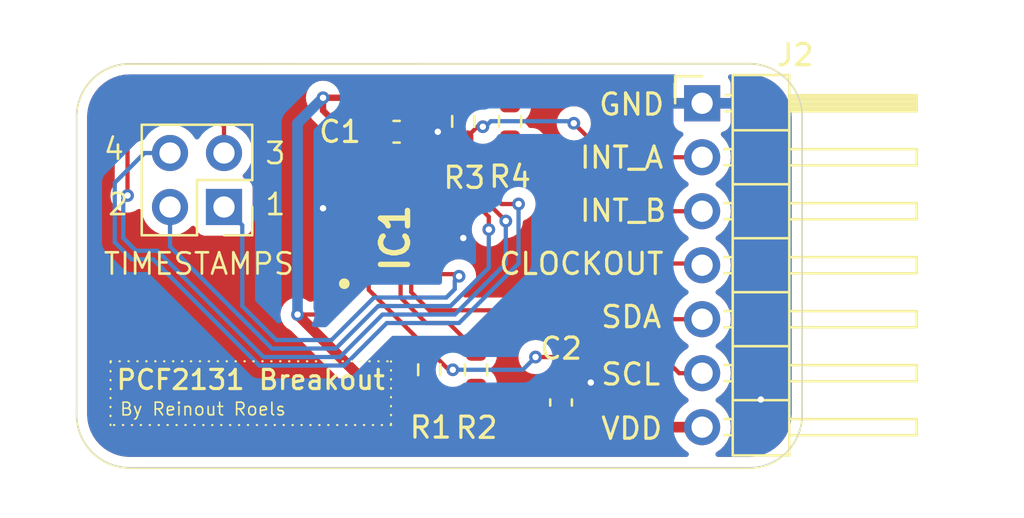
<source format=kicad_pcb>
(kicad_pcb (version 20240108) (generator "pcbnew") (generator_version "8.0")
  (layers (0 "F.Cu" signal) (31 "B.Cu" signal) (34 "B.Paste" user) (35 "F.Paste" user) (36 "B.SilkS" user "B.Silkscreen") (37 "F.SilkS" user "F.Silkscreen") (38 "B.Mask" user) (39 "F.Mask" user) (44 "Edge.Cuts" user))
  (net 0 "")
  (net 1 "GND")
  (net 2 "Net-(IC1-BBS)")
  (net 3 "VDD")
  (net 4 "INTB")
  (net 5 "TS4")
  (net 6 "SDA")
  (net 7 "TS2")
  (net 8 "SCL")
  (net 9 "TS1")
  (net 10 "CLKOUT")
  (net 11 "TS3")
  (net 12 "INTA")
  (footprint "Capacitor_SMD:C_0603_1608Metric_Pad1.08x0.95mm_HandSolder" (layer "F.Cu") (at 112.0625 66.2)
    (property "Reference" "C1" (at -2.6625 0 360) (layer "F.SilkS"))
    (property "Value" "1nF")
    (fp_line (start -0.146267 -0.51) (end 0.146267 -0.51) (stroke (width 0.12)) (layer "F.SilkS"))
    (fp_line (start -0.146267 0.51) (end 0.146267 0.51) (stroke (width 0.12)) (layer "F.SilkS"))
    (pad "1" smd roundrect (at -0.8625 0) (size 1.075 0.95) (layers "F.Cu" "F.Paste" "F.Mask") (net 2 "Net-(IC1-BBS)"))
    (pad "2" smd roundrect (at 0.8625 0) (size 1.075 0.95) (layers "F.Cu" "F.Paste" "F.Mask") (net 1 "GND"))
  )
  (footprint "Resistor_SMD:R_0603_1608Metric_Pad0.98x0.95mm_HandSolder" (layer "F.Cu") (at 115.2 65.7125 90)
    (property "Reference" "R3" (at -2.651748 0.049543 180) (layer "F.SilkS"))
    (property "Value" "10k")
    (fp_line (start -0.254724 -0.5225) (end 0.254724 -0.5225) (stroke (width 0.12)) (layer "F.SilkS"))
    (fp_line (start -0.254724 0.5225) (end 0.254724 0.5225) (stroke (width 0.12)) (layer "F.SilkS"))
    (pad "1" smd roundrect (at -0.9125 0 90) (size 0.975 0.95) (layers "F.Cu" "F.Paste" "F.Mask") (net 12 "INTA"))
    (pad "2" smd roundrect (at 0.9125 0 90) (size 0.975 0.95) (layers "F.Cu" "F.Paste" "F.Mask") (net 3 "VDD"))
  )
  (footprint "Resistor_SMD:R_0603_1608Metric_Pad0.98x0.95mm_HandSolder" (layer "F.Cu") (at 117.4 65.7125 90)
    (property "Reference" "R4" (at -2.6 0 180) (layer "F.SilkS"))
    (property "Value" "10k")
    (fp_line (start -0.254724 -0.5225) (end 0.254724 -0.5225) (stroke (width 0.12)) (layer "F.SilkS"))
    (fp_line (start -0.254724 0.5225) (end 0.254724 0.5225) (stroke (width 0.12)) (layer "F.SilkS"))
    (pad "1" smd roundrect (at -0.9125 0 90) (size 0.975 0.95) (layers "F.Cu" "F.Paste" "F.Mask") (net 4 "INTB"))
    (pad "2" smd roundrect (at 0.9125 0 90) (size 0.975 0.95) (layers "F.Cu" "F.Paste" "F.Mask") (net 3 "VDD"))
  )
  (footprint "Connector_PinHeader_2.54mm:PinHeader_2x02_P2.54mm_Vertical" (layer "F.Cu") (at 103.94 69.74 180)
    (property "Reference" "J1" (hide yes))
    (property "Value" "Conn_01x04")
    (fp_line (start 3.87 -1.33) (end 3.87 3.87) (stroke (width 0.12)) (layer "F.SilkS"))
    (fp_line (start 1.27 1.27) (end 1.27 -1.33) (stroke (width 0.12)) (layer "F.SilkS"))
    (fp_line (start 1.27 -1.33) (end 3.87 -1.33) (stroke (width 0.12)) (layer "F.SilkS"))
    (fp_line (start -1.33 3.87) (end 3.87 3.87) (stroke (width 0.12)) (layer "F.SilkS"))
    (fp_line (start -1.33 1.27) (end 1.27 1.27) (stroke (width 0.12)) (layer "F.SilkS"))
    (fp_line (start -1.33 1.27) (end -1.33 3.87) (stroke (width 0.12)) (layer "F.SilkS"))
    (fp_line (start -1.33 0) (end -1.33 -1.33) (stroke (width 0.12)) (layer "F.SilkS"))
    (fp_line (start -1.33 -1.33) (end 0 -1.33) (stroke (width 0.12)) (layer "F.SilkS"))
    (pad "1" thru_hole rect (at 0 0 180) (size 1.7 1.7) (drill 1) (layers "*.Cu" "*.Mask") (net 9 "TS1"))
    (pad "2" thru_hole oval (at 2.54 0 180) (size 1.7 1.7) (drill 1) (layers "*.Cu" "*.Mask") (net 7 "TS2"))
    (pad "3" thru_hole oval (at 0 2.54 180) (size 1.7 1.7) (drill 1) (layers "*.Cu" "*.Mask") (net 11 "TS3"))
    (pad "4" thru_hole oval (at 2.54 2.54 180) (size 1.7 1.7) (drill 1) (layers "*.Cu" "*.Mask") (net 5 "TS4"))
  )
  (footprint "Resistor_SMD:R_0603_1608Metric_Pad0.98x0.95mm_HandSolder" (layer "F.Cu") (at 115.8 77.4 90)
    (property "Reference" "R2" (at -2.725291 0.026459 180) (layer "F.SilkS"))
    (property "Value" "4.7k")
    (fp_line (start -0.254724 -0.5225) (end 0.254724 -0.5225) (stroke (width 0.12)) (layer "F.SilkS"))
    (fp_line (start -0.254724 0.5225) (end 0.254724 0.5225) (stroke (width 0.12)) (layer "F.SilkS"))
    (pad "1" smd roundrect (at -0.9125 0 90) (size 0.975 0.95) (layers "F.Cu" "F.Paste" "F.Mask") (net 3 "VDD"))
    (pad "2" smd roundrect (at 0.9125 0 90) (size 0.975 0.95) (layers "F.Cu" "F.Paste" "F.Mask") (net 6 "SDA"))
  )
  (footprint "Capacitor_SMD:C_0603_1608Metric_Pad1.08x0.95mm_HandSolder" (layer "F.Cu") (at 119.8 78.9375 -90)
    (property "Reference" "C2" (at -2.5375 0 180) (layer "F.SilkS"))
    (property "Value" "100nF")
    (fp_line (start -0.146267 0.51) (end 0.146267 0.51) (stroke (width 0.12)) (layer "F.SilkS"))
    (fp_line (start -0.146267 -0.51) (end 0.146267 -0.51) (stroke (width 0.12)) (layer "F.SilkS"))
    (pad "1" smd roundrect (at -0.8625 0 270) (size 1.075 0.95) (layers "F.Cu" "F.Paste" "F.Mask") (net 1 "GND"))
    (pad "2" smd roundrect (at 0.8625 0 270) (size 1.075 0.95) (layers "F.Cu" "F.Paste" "F.Mask") (net 3 "VDD"))
  )
  (footprint "PCF2131TFY:SON50P350X450X150-17N-D" (layer "F.Cu") (at 112 71.2 90)
    (property "Reference" "IC1" (at 0 0 90) (layer "F.SilkS") (effects (font (size 1.27 1.27) (thickness 0.254))))
    (property "Value" "PCF2131TFY" (hide yes))
    (fp_circle (center -2.15 -2.4) (end -2.15 -2.275) (stroke (width 0.25)) (fill none) (layer "F.SilkS"))
    (pad "1" smd rect (at -1.7 -1.75 180) (size 0.3 0.9) (layers "F.Cu" "F.Paste" "F.Mask") (net 3 "VDD"))
    (pad "2" smd rect (at -1.7 -1.25 180) (size 0.3 0.9) (layers "F.Cu" "F.Paste" "F.Mask") (net 8 "SCL"))
    (pad "3" smd rect (at -1.7 -0.75 180) (size 0.3 0.9) (layers "F.Cu" "F.Paste" "F.Mask") (net 1 "GND"))
    (pad "4" smd rect (at -1.7 -0.25 180) (size 0.3 0.9) (layers "F.Cu" "F.Paste" "F.Mask") (net 1 "GND"))
    (pad "5" smd rect (at -1.7 0.25 180) (size 0.3 0.9) (layers "F.Cu" "F.Paste" "F.Mask") (net 6 "SDA"))
    (pad "6" smd rect (at -1.7 0.75 180) (size 0.3 0.9) (layers "F.Cu" "F.Paste" "F.Mask") (net 10 "CLKOUT"))
    (pad "7" smd rect (at -1.7 1.25 180) (size 0.3 0.9) (layers "F.Cu" "F.Paste" "F.Mask") (net 1 "GND"))
    (pad "8" smd rect (at -1.7 1.75 180) (size 0.3 0.9) (layers "F.Cu" "F.Paste" "F.Mask") (net 9 "TS1"))
    (pad "9" smd rect (at 1.7 1.75 180) (size 0.3 0.9) (layers "F.Cu" "F.Paste" "F.Mask") (net 7 "TS2"))
    (pad "10" smd rect (at 1.7 1.25 180) (size 0.3 0.9) (layers "F.Cu" "F.Paste" "F.Mask") (net 11 "TS3"))
    (pad "11" smd rect (at 1.7 0.75 180) (size 0.3 0.9) (layers "F.Cu" "F.Paste" "F.Mask") (net 5 "TS4"))
    (pad "12" smd rect (at 1.7 0.25 180) (size 0.3 0.9) (layers "F.Cu" "F.Paste" "F.Mask") (net 4 "INTB"))
    (pad "13" smd rect (at 1.7 -0.25 180) (size 0.3 0.9) (layers "F.Cu" "F.Paste" "F.Mask") (net 12 "INTA"))
    (pad "14" smd rect (at 1.7 -0.75 180) (size 0.3 0.9) (layers "F.Cu" "F.Paste" "F.Mask") (net 2 "Net-(IC1-BBS)"))
    (pad "15" smd rect (at 1.7 -1.25 180) (size 0.3 0.9) (layers "F.Cu" "F.Paste" "F.Mask") (net 3 "VDD"))
    (pad "16" smd rect (at 1.7 -1.75 180) (size 0.3 0.9) (layers "F.Cu" "F.Paste" "F.Mask") (net 1 "GND"))
    (pad "17" smd rect (at 0 0 90) (size 2.05 3.85) (layers "F.Cu" "F.Paste" "F.Mask") (net 1 "GND"))
  )
  (footprint "Connector_PinHeader_2.54mm:PinHeader_1x07_P2.54mm_Horizontal" (layer "F.Cu") (at 126.437776 64.859577)
    (property "Reference" "J2" (at 4.385 -2.27 360) (layer "F.SilkS"))
    (property "Value" "Conn_01x07" (hide yes))
    (fp_line (start -1.27 -1.27) (end 0 -1.27) (stroke (width 0.12)) (layer "F.SilkS"))
    (fp_line (start -1.27 0) (end -1.27 -1.27) (stroke (width 0.12)) (layer "F.SilkS"))
    (fp_line (start 1.042929 2.16) (end 1.44 2.16) (stroke (width 0.12)) (layer "F.SilkS"))
    (fp_line (start 1.042929 2.92) (end 1.44 2.92) (stroke (width 0.12)) (layer "F.SilkS"))
    (fp_line (start 1.042929 4.7) (end 1.44 4.7) (stroke (width 0.12)) (layer "F.SilkS"))
    (fp_line (start 1.042929 5.46) (end 1.44 5.46) (stroke (width 0.12)) (layer "F.SilkS"))
    (fp_line (start 1.042929 7.24) (end 1.44 7.24) (stroke (width 0.12)) (layer "F.SilkS"))
    (fp_line (start 1.042929 8) (end 1.44 8) (stroke (width 0.12)) (layer "F.SilkS"))
    (fp_line (start 1.042929 9.78) (end 1.44 9.78) (stroke (width 0.12)) (layer "F.SilkS"))
    (fp_line (start 1.042929 10.54) (end 1.44 10.54) (stroke (width 0.12)) (layer "F.SilkS"))
    (fp_line (start 1.042929 12.32) (end 1.44 12.32) (stroke (width 0.12)) (layer "F.SilkS"))
    (fp_line (start 1.042929 13.08) (end 1.44 13.08) (stroke (width 0.12)) (layer "F.SilkS"))
    (fp_line (start 1.042929 14.86) (end 1.44 14.86) (stroke (width 0.12)) (layer "F.SilkS"))
    (fp_line (start 1.042929 15.62) (end 1.44 15.62) (stroke (width 0.12)) (layer "F.SilkS"))
    (fp_line (start 1.11 -0.38) (end 1.44 -0.38) (stroke (width 0.12)) (layer "F.SilkS"))
    (fp_line (start 1.11 0.38) (end 1.44 0.38) (stroke (width 0.12)) (layer "F.SilkS"))
    (fp_line (start 1.44 -1.33) (end 1.44 16.57) (stroke (width 0.12)) (layer "F.SilkS"))
    (fp_line (start 1.44 1.27) (end 4.1 1.27) (stroke (width 0.12)) (layer "F.SilkS"))
    (fp_line (start 1.44 3.81) (end 4.1 3.81) (stroke (width 0.12)) (layer "F.SilkS"))
    (fp_line (start 1.44 6.35) (end 4.1 6.35) (stroke (width 0.12)) (layer "F.SilkS"))
    (fp_line (start 1.44 8.89) (end 4.1 8.89) (stroke (width 0.12)) (layer "F.SilkS"))
    (fp_line (start 1.44 11.43) (end 4.1 11.43) (stroke (width 0.12)) (layer "F.SilkS"))
    (fp_line (start 1.44 13.97) (end 4.1 13.97) (stroke (width 0.12)) (layer "F.SilkS"))
    (fp_line (start 1.44 16.57) (end 4.1 16.57) (stroke (width 0.12)) (layer "F.SilkS"))
    (fp_line (start 4.1 -1.33) (end 1.44 -1.33) (stroke (width 0.12)) (layer "F.SilkS"))
    (fp_line (start 4.1 -0.38) (end 10.1 -0.38) (stroke (width 0.12)) (layer "F.SilkS"))
    (fp_line (start 4.1 -0.32) (end 10.1 -0.32) (stroke (width 0.12)) (layer "F.SilkS"))
    (fp_line (start 4.1 -0.2) (end 10.1 -0.2) (stroke (width 0.12)) (layer "F.SilkS"))
    (fp_line (start 4.1 -0.08) (end 10.1 -0.08) (stroke (width 0.12)) (layer "F.SilkS"))
    (fp_line (start 4.1 0.04) (end 10.1 0.04) (stroke (width 0.12)) (layer "F.SilkS"))
    (fp_line (start 4.1 0.16) (end 10.1 0.16) (stroke (width 0.12)) (layer "F.SilkS"))
    (fp_line (start 4.1 0.28) (end 10.1 0.28) (stroke (width 0.12)) (layer "F.SilkS"))
    (fp_line (start 4.1 2.16) (end 10.1 2.16) (stroke (width 0.12)) (layer "F.SilkS"))
    (fp_line (start 4.1 4.7) (end 10.1 4.7) (stroke (width 0.12)) (layer "F.SilkS"))
    (fp_line (start 4.1 7.24) (end 10.1 7.24) (stroke (width 0.12)) (layer "F.SilkS"))
    (fp_line (start 4.1 9.78) (end 10.1 9.78) (stroke (width 0.12)) (layer "F.SilkS"))
    (fp_line (start 4.1 12.32) (end 10.1 12.32) (stroke (width 0.12)) (layer "F.SilkS"))
    (fp_line (start 4.1 14.86) (end 10.1 14.86) (stroke (width 0.12)) (layer "F.SilkS"))
    (fp_line (start 4.1 16.57) (end 4.1 -1.33) (stroke (width 0.12)) (layer "F.SilkS"))
    (fp_line (start 10.1 -0.38) (end 10.1 0.38) (stroke (width 0.12)) (layer "F.SilkS"))
    (fp_line (start 10.1 0.38) (end 4.1 0.38) (stroke (width 0.12)) (layer "F.SilkS"))
    (fp_line (start 10.1 2.16) (end 10.1 2.92) (stroke (width 0.12)) (layer "F.SilkS"))
    (fp_line (start 10.1 2.92) (end 4.1 2.92) (stroke (width 0.12)) (layer "F.SilkS"))
    (fp_line (start 10.1 4.7) (end 10.1 5.46) (stroke (width 0.12)) (layer "F.SilkS"))
    (fp_line (start 10.1 5.46) (end 4.1 5.46) (stroke (width 0.12)) (layer "F.SilkS"))
    (fp_line (start 10.1 7.24) (end 10.1 8) (stroke (width 0.12)) (layer "F.SilkS"))
    (fp_line (start 10.1 8) (end 4.1 8) (stroke (width 0.12)) (layer "F.SilkS"))
    (fp_line (start 10.1 9.78) (end 10.1 10.54) (stroke (width 0.12)) (layer "F.SilkS"))
    (fp_line (start 10.1 10.54) (end 4.1 10.54) (stroke (width 0.12)) (layer "F.SilkS"))
    (fp_line (start 10.1 12.32) (end 10.1 13.08) (stroke (width 0.12)) (layer "F.SilkS"))
    (fp_line (start 10.1 13.08) (end 4.1 13.08) (stroke (width 0.12)) (layer "F.SilkS"))
    (fp_line (start 10.1 14.86) (end 10.1 15.62) (stroke (width 0.12)) (layer "F.SilkS"))
    (fp_line (start 10.1 15.62) (end 4.1 15.62) (stroke (width 0.12)) (layer "F.SilkS"))
    (pad "1" thru_hole rect (at 0 0) (size 1.7 1.7) (drill 1) (layers "*.Cu" "*.Mask") (net 1 "GND"))
    (pad "2" thru_hole oval (at 0 2.54) (size 1.7 1.7) (drill 1) (layers "*.Cu" "*.Mask") (net 12 "INTA"))
    (pad "3" thru_hole oval (at 0 5.08) (size 1.7 1.7) (drill 1) (layers "*.Cu" "*.Mask") (net 4 "INTB"))
    (pad "4" thru_hole oval (at 0 7.62) (size 1.7 1.7) (drill 1) (layers "*.Cu" "*.Mask") (net 10 "CLKOUT"))
    (pad "5" thru_hole oval (at 0 10.16) (size 1.7 1.7) (drill 1) (layers "*.Cu" "*.Mask") (net 6 "SDA"))
    (pad "6" thru_hole oval (at 0 12.7) (size 1.7 1.7) (drill 1) (layers "*.Cu" "*.Mask") (net 8 "SCL"))
    (pad "7" thru_hole oval (at 0 15.24) (size 1.7 1.7) (drill 1) (layers "*.Cu" "*.Mask") (net 3 "VDD"))
  )
  (footprint "Resistor_SMD:R_0603_1608Metric_Pad0.98x0.95mm_HandSolder" (layer "F.Cu") (at 113.6 77.4 90)
    (property "Reference" "R1" (at -2.7125 0.06461 180) (layer "F.SilkS"))
    (property "Value" "4.7k")
    (fp_line (start -0.254724 -0.5225) (end 0.254724 -0.5225) (stroke (width 0.12)) (layer "F.SilkS"))
    (fp_line (start -0.254724 0.5225) (end 0.254724 0.5225) (stroke (width 0.12)) (layer "F.SilkS"))
    (pad "1" smd roundrect (at -0.9125 0 90) (size 0.975 0.95) (layers "F.Cu" "F.Paste" "F.Mask") (net 3 "VDD"))
    (pad "2" smd roundrect (at 0.9125 0 90) (size 0.975 0.95) (layers "F.Cu" "F.Paste" "F.Mask") (net 8 "SCL"))
  )
  (gr_rect (start 109.2 70.4) (end 110.2 72) (stroke (width 0.2)) (fill solid) (layer "F.Cu") (net 1))
  (gr_rect (start 113.8 70.4) (end 114.6 72) (stroke (width 0.2)) (fill solid) (layer "F.Cu") (net 1))
  (gr_rect (start 98.6 77) (end 111.8 80) (stroke (width 0.1) (type dot)) (fill none) (layer "F.SilkS"))
  (gr_line (start 99.506522 63.007899) (end 128.75 63) (stroke (width 0.1)) (layer "F.SilkS"))
  (gr_arc (start 131.141404 79.524204) (mid 130.409171 81.291971) (end 128.641404 82.024204) (stroke (width 0.1)) (layer "F.SilkS"))
  (gr_arc (start 97.006522 65.507899) (mid 97.738755 63.740132) (end 99.506522 63.007899) (stroke (width 0.1)) (layer "F.SilkS"))
  (gr_arc (start 128.643534 62.998665) (mid 130.411301 63.730898) (end 131.143534 65.498665) (stroke (width 0.1)) (layer "F.SilkS"))
  (gr_line (start 99.507639 82.018381) (end 128.657639 82.018381) (stroke (width 0.1)) (layer "F.SilkS"))
  (gr_arc (start 99.507639 82.018381) (mid 97.739872 81.286148) (end 97.007639 79.518381) (stroke (width 0.1)) (layer "F.SilkS"))
  (gr_line (start 97.007639 79.518381) (end 97.007639 65.518381) (stroke (width 0.1)) (layer "F.SilkS"))
  (gr_line (start 131.141686 79.523151) (end 131.141686 65.523151) (stroke (width 0.1)) (layer "F.SilkS"))
  (gr_line (start 128.65 82) (end 99.5 82) (stroke (width 0.05)) (layer "Edge.Cuts"))
  (gr_line (start 131.15 65.5) (end 131.15 79.5) (stroke (width 0.05)) (layer "Edge.Cuts"))
  (gr_line (start 97 79.5) (end 97 65.5) (stroke (width 0.05)) (layer "Edge.Cuts"))
  (gr_line (start 99.5 63) (end 128.65 63) (stroke (width 0.05)) (layer "Edge.Cuts"))
  (gr_arc (start 99.5 82) (mid 97.732233 81.267767) (end 97 79.5) (stroke (width 0.05)) (layer "Edge.Cuts"))
  (gr_arc (start 128.65 63) (mid 130.417767 63.732233) (end 131.15 65.5) (stroke (width 0.05)) (layer "Edge.Cuts"))
  (gr_arc (start 97 65.5) (mid 97.732233 63.732233) (end 99.5 63) (stroke (width 0.05)) (layer "Edge.Cuts"))
  (gr_arc (start 131.15 79.5) (mid 130.417767 81.267767) (end 128.65 82) (stroke (width 0.05)) (layer "Edge.Cuts"))
  (gr_text "4" (at 98.2 67.6 0) (layer "F.SilkS") (effects (font (size 1 1) (thickness 0.125)) (justify left bottom)))
  (gr_text "VDD\n" (at 121.6 80.75 0) (layer "F.SilkS") (effects (font (size 1 1)) (justify left bottom)))
  (gr_text "INT_A" (at 120.6 68 0) (layer "F.SilkS") (effects (font (size 1 1)) (justify left bottom)))
  (gr_text "SDA" (at 121.6 75.5 0) (layer "F.SilkS") (effects (font (size 1 1)) (justify left bottom)))
  (gr_text "INT_B" (at 120.6 70.5 0) (layer "F.SilkS") (effects (font (size 1 1)) (justify left bottom)))
  (gr_text "SCL" (at 121.6 78.2 0) (layer "F.SilkS") (effects (font (size 1 1)) (justify left bottom)))
  (gr_text "PCF2131 Breakout" (at 98.8 78.4 0) (layer "F.SilkS") (effects (font (size 0.9 0.9)) (justify left bottom)))
  (gr_text "2" (at 98.4 70.2 0) (layer "F.SilkS") (effects (font (size 1 1) (thickness 0.125)) (justify left bottom)))
  (gr_text "3" (at 105.8 67.8 0) (layer "F.SilkS") (effects (font (size 1 1) (thickness 0.125)) (justify left bottom)))
  (gr_text "CLOCKOUT" (at 116.8 73 0) (layer "F.SilkS") (effects (font (size 1 1)) (justify left bottom)))
  (gr_text "1" (at 105.8 70.2 0) (layer "F.SilkS") (effects (font (size 1 1) (thickness 0.125)) (justify left bottom)))
  (gr_text "TIMESTAMPS" (at 98.2 73 0) (layer "F.SilkS") (effects (font (size 1 1) (thickness 0.125)) (justify left bottom)))
  (gr_text "By Reinout Roels" (at 99 79.6 0) (layer "F.SilkS") (effects (font (size 0.6 0.6) (thickness 0.075)) (justify left bottom)))
  (gr_text "GND" (at 121.5 65.5 0) (layer "F.SilkS") (effects (font (size 1 1)) (justify left bottom)))
  (segment (start 112 71.2) (end 112.8 71.2) (width 0.2) (layer "F.Cu") (net 1))
  (segment (start 111.25 72.9) (end 111.25 71.95) (width 0.2) (layer "F.Cu") (net 1))
  (segment (start 113.25 72.9) (end 113.25 72.47749) (width 0.2) (layer "F.Cu") (net 1))
  (segment (start 111.75 71.45) (end 112 71.2) (width 0.2) (layer "F.Cu") (net 1))
  (segment (start 111.75 72.9) (end 111.75 71.45) (width 0.2) (layer "F.Cu") (net 1))
  (segment (start 111.25 71.95) (end 112 71.2) (width 0.2) (layer "F.Cu") (net 1))
  (segment (start 110.25 70.85) (end 110.25 69.5) (width 0.2) (layer "F.Cu") (net 1))
  (segment (start 108.6 69.8) (end 108.9 69.5) (width 0.2) (layer "F.Cu") (net 1))
  (segment (start 113.25 71.65) (end 113.25 72.9) (width 0.3) (layer "F.Cu") (net 1))
  (segment (start 112.8 71.2) (end 113.25 71.65) (width 0.2) (layer "F.Cu") (net 1))
  (segment (start 113.25 72.47749) (end 113.254369 72.473121) (width 0.2) (layer "F.Cu") (net 1))
  (segment (start 108.9 69.5) (end 110.25 69.5) (width 0.2) (layer "F.Cu") (net 1))
  (segment (start 112 71.2) (end 110.6 71.2) (width 0.2) (layer "F.Cu") (net 1))
  (segment (start 112.925 66.2) (end 114 66.2) (width 0.2) (layer "F.Cu") (net 1))
  (segment (start 110.6 71.2) (end 110.25 70.85) (width 0.2) (layer "F.Cu") (net 1))
  (via (at 115.2 71.2) (size 0.6) (drill 0.3) (layers "F.Cu" "B.Cu") (net 1))
  (via (at 121.2 78) (size 0.6) (drill 0.3) (layers "F.Cu" "B.Cu") (net 1))
  (via (at 108.6 69.8) (size 0.6) (drill 0.3) (layers "F.Cu" "B.Cu") (net 1))
  (via (at 114 66.2) (size 0.6) (drill 0.3) (layers "F.Cu" "B.Cu") (net 1))
  (via (at 129.2 78.8) (size 0.6) (drill 0.3) (layers "F.Cu" "B.Cu") (net 1))
  (segment (start 111.25 66.25) (end 111.2 66.2) (width 0.2) (layer "F.Cu") (net 2))
  (segment (start 111.25 69.5) (end 111.25 66.25) (width 0.2) (layer "F.Cu") (net 2))
  (segment (start 109.4 67.35) (end 109.4 66) (width 0.3) (layer "F.Cu") (net 3))
  (segment (start 114.6 80.099577) (end 112.699577 80.099577) (width 0.5) (layer "F.Cu") (net 3))
  (segment (start 116.699577 80.099577) (end 116.2 79.6) (width 0.3) (layer "F.Cu") (net 3))
  (segment (start 109.4 66) (end 108.6 65.2) (width 0.3) (layer "F.Cu") (net 3))
  (segment (start 110.25 72.9) (end 108.35 74.8) (width 0.2) (layer "F.Cu") (net 3))
  (segment (start 108.6 65.2) (end 108.6 64.6) (width 0.3) (layer "F.Cu") (net 3))
  (segment (start 116.2 79.6) (end 116.2 78.7125) (width 0.3) (layer "F.Cu") (net 3))
  (segment (start 108.6 64.6) (end 115 64.6) (width 0.3) (layer "F.Cu") (net 3))
  (segment (start 115 64.6) (end 115.2 64.8) (width 0.3) (layer "F.Cu") (net 3))
  (segment (start 114.6 80.099577) (end 114.6 79.3125) (width 0.3) (layer "F.Cu") (net 3))
  (segment (start 108.35 74.8) (end 107.4 74.8) (width 0.2) (layer "F.Cu") (net 3))
  (segment (start 110.75 69.5) (end 110.75 68.7) (width 0.3) (layer "F.Cu") (net 3))
  (segment (start 116.2 78.7125) (end 115.8 78.3125) (width 0.3) (layer "F.Cu") (net 3))
  (segment (start 110.75 68.7) (end 109.4 67.35) (width 0.3) (layer "F.Cu") (net 3))
  (segment (start 114.6 79.3125) (end 113.6 78.3125) (width 0.3) (layer "F.Cu") (net 3))
  (segment (start 112.699577 80.099577) (end 107.4 74.8) (width 0.5) (layer "F.Cu") (net 3))
  (segment (start 126.437776 80.099577) (end 117.2 80.099577) (width 0.5) (layer "F.Cu") (net 3))
  (segment (start 117.2 80.099577) (end 114.6 80.099577) (width 0.5) (layer "F.Cu") (net 3))
  (segment (start 115.2 64.8) (end 117.4 64.8) (width 0.3) (layer "F.Cu") (net 3))
  (segment (start 117.2 80.099577) (end 116.699577 80.099577) (width 0.5) (layer "F.Cu") (net 3))
  (via (at 108.6 64.6) (size 0.6) (drill 0.3) (layers "F.Cu" "B.Cu") (net 3))
  (via (at 107.4 74.8) (size 0.6) (drill 0.3) (layers "F.Cu" "B.Cu") (net 3))
  (segment (start 107.4 74.8) (end 107.4 65.8) (width 0.5) (layer "B.Cu") (net 3))
  (segment (start 107.4 65.8) (end 108.6 64.6) (width 0.5) (layer "B.Cu") (net 3))
  (segment (start 113 67.8) (end 116.4 67.8) (width 0.2) (layer "F.Cu") (net 4))
  (segment (start 120.339577 69.939577) (end 119.2 68.8) (width 0.2) (layer "F.Cu") (net 4))
  (segment (start 117.4 66.8) (end 117.4 66.625) (width 0.2) (layer "F.Cu") (net 4))
  (segment (start 119.2 68.8) (end 119.2 67.4) (width 0.2) (layer "F.Cu") (net 4))
  (segment (start 116.4 67.8) (end 117.4 66.8) (width 0.2) (layer "F.Cu") (net 4))
  (segment (start 118.425 66.625) (end 117.4 66.625) (width 0.2) (layer "F.Cu") (net 4))
  (segment (start 120.339577 69.939577) (end 126.437776 69.939577) (width 0.2) (layer "F.Cu") (net 4))
  (segment (start 119.2 67.4) (end 118.425 66.625) (width 0.2) (layer "F.Cu") (net 4))
  (segment (start 112.25 68.55) (end 113 67.8) (width 0.2) (layer "F.Cu") (net 4))
  (segment (start 112.25 69.5) (end 112.25 68.55) (width 0.2) (layer "F.Cu") (net 4))
  (segment (start 126.289853 70.0875) (end 126.437776 69.939577) (width 0.2) (layer "F.Cu") (net 4))
  (segment (start 126.298199 69.8) (end 126.437776 69.939577) (width 0.2) (layer "B.Cu") (net 4))
  (segment (start 117 69.6) (end 115.6 68.2) (width 0.2) (layer "F.Cu") (net 5))
  (segment (start 117.8 69.6) (end 117 69.6) (width 0.2) (layer "F.Cu") (net 5))
  (segment (start 113.2 68.2) (end 112.75 68.65) (width 0.2) (layer "F.Cu") (net 5))
  (segment (start 112.75 68.65) (end 112.75 69.5) (width 0.2) (layer "F.Cu") (net 5))
  (segment (start 115.6 68.2) (end 113.2 68.2) (width 0.2) (layer "F.Cu") (net 5))
  (via (at 117.8 69.6) (size 0.6) (drill 0.3) (layers "F.Cu" "B.Cu") (net 5))
  (segment (start 117.8 72.4) (end 115 75.2) (width 0.2) (layer "B.Cu") (net 5))
  (segment (start 111.6 75.2) (end 109.6 77.2) (width 0.2) (layer "B.Cu") (net 5))
  (segment (start 117.8 69.6) (end 117.8 72.4) (width 0.2) (layer "B.Cu") (net 5))
  (segment (start 105.6 77.2) (end 100.6 72.2) (width 0.2) (layer "B.Cu") (net 5))
  (segment (start 100.6 72.2) (end 99.6 72.2) (width 0.2) (layer "B.Cu") (net 5))
  (segment (start 100.2 67.2) (end 101.4 67.2) (width 0.2) (layer "B.Cu") (net 5))
  (segment (start 109.6 77.2) (end 105.6 77.2) (width 0.2) (layer "B.Cu") (net 5))
  (segment (start 98.8 71.4) (end 98.8 68.6) (width 0.2) (layer "B.Cu") (net 5))
  (segment (start 98.8 68.6) (end 100.2 67.2) (width 0.2) (layer "B.Cu") (net 5))
  (segment (start 115 75.2) (end 111.6 75.2) (width 0.2) (layer "B.Cu") (net 5))
  (segment (start 99.6 72.2) (end 98.8 71.4) (width 0.2) (layer "B.Cu") (net 5))
  (segment (start 112.25 74) (end 112.25 72.9) (width 0.2) (layer "F.Cu") (net 6))
  (segment (start 113.45 75.2) (end 112.25 74) (width 0.2) (layer "F.Cu") (net 6))
  (segment (start 115.8 76.4875) (end 114.5125 75.2) (width 0.2) (layer "F.Cu") (net 6))
  (segment (start 114.5125 75.2) (end 113.45 75.2) (width 0.2) (layer "F.Cu") (net 6))
  (segment (start 117.267923 75.019577) (end 115.8 76.4875) (width 0.2) (layer "F.Cu") (net 6))
  (segment (start 126.437776 75.019577) (end 117.267923 75.019577) (width 0.2) (layer "F.Cu") (net 6))
  (segment (start 113.8 69.2) (end 115.4 69.2) (width 0.2) (layer "F.Cu") (net 7))
  (segment (start 113.75 69.5) (end 113.75 69.25) (width 0.2) (layer "F.Cu") (net 7))
  (segment (start 115.4 69.2) (end 116.4 70.2) (width 0.2) (layer "F.Cu") (net 7))
  (segment (start 113.75 69.25) (end 113.8 69.2) (width 0.2) (layer "F.Cu") (net 7))
  (segment (start 116.4 70.2) (end 116.4 70.8) (width 0.2) (layer "F.Cu") (net 7))
  (via (at 116.4 70.8) (size 0.6) (drill 0.3) (layers "F.Cu" "B.Cu") (net 7))
  (segment (start 111.2 74.4) (end 109.2 76.4) (width 0.2) (layer "B.Cu") (net 7))
  (segment (start 109.2 76.4) (end 106.2 76.4) (width 0.2) (layer "B.Cu") (net 7))
  (segment (start 101.4 71.6) (end 101.4 69.74) (width 0.2) (layer "B.Cu") (net 7))
  (segment (start 116.4 70.8) (end 116.4 72.6) (width 0.2) (layer "B.Cu") (net 7))
  (segment (start 114.6 74.4) (end 111.2 74.4) (width 0.2) (layer "B.Cu") (net 7))
  (segment (start 116.4 72.6) (end 114.6 74.4) (width 0.2) (layer "B.Cu") (net 7))
  (segment (start 106.2 76.4) (end 101.4 71.6) (width 0.2) (layer "B.Cu") (net 7))
  (segment (start 114.704948 77.4) (end 114.5125 77.4) (width 0.2) (layer "F.Cu") (net 8))
  (segment (start 118.6 76.8) (end 124.6 76.8) (width 0.2) (layer "F.Cu") (net 8))
  (segment (start 124.6 76.8) (end 125.359577 77.559577) (width 0.2) (layer "F.Cu") (net 8))
  (segment (start 110.75 73.6375) (end 110.75 72.9) (width 0.2) (layer "F.Cu") (net 8))
  (segment (start 125.359577 77.559577) (end 126.437776 77.559577) (width 0.2) (layer "F.Cu") (net 8))
  (segment (start 114.5125 77.4) (end 113.6 76.4875) (width 0.2) (layer "F.Cu") (net 8))
  (segment (start 113.6 76.4875) (end 110.75 73.6375) (width 0.2) (layer "F.Cu") (net 8))
  (via (at 118.6 76.8) (size 0.6) (drill 0.3) (layers "F.Cu" "B.Cu") (net 8))
  (via (at 114.704948 77.4) (size 0.6) (drill 0.3) (layers "F.Cu" "B.Cu") (net 8))
  (segment (start 114.704948 77.4) (end 118 77.4) (width 0.2) (layer "B.Cu") (net 8))
  (segment (start 118 77.4) (end 118.6 76.8) (width 0.2) (layer "B.Cu") (net 8))
  (segment (start 114.9 72.9) (end 115 73) (width 0.2) (layer "F.Cu") (net 9))
  (segment (start 113.75 72.9) (end 114.9 72.9) (width 0.2) (layer "F.Cu") (net 9))
  (via (at 115 73) (size 0.6) (drill 0.3) (layers "F.Cu" "B.Cu") (net 9))
  (segment (start 114.8 73.2) (end 114.8 73.6) (width 0.2) (layer "B.Cu") (net 9))
  (segment (start 115 73) (end 114.8 73.2) (width 0.2) (layer "B.Cu") (net 9))
  (segment (start 114.8 73.6) (end 114.4 74) (width 0.2) (layer "B.Cu") (net 9))
  (segment (start 104.8 70.6) (end 103.94 69.74) (width 0.2) (layer "B.Cu") (net 9))
  (segment (start 111 74) (end 109 76) (width 0.2) (layer "B.Cu") (net 9))
  (segment (start 104.8 74.4) (end 104.8 70.6) (width 0.2) (layer "B.Cu") (net 9))
  (segment (start 114.4 74) (end 111 74) (width 0.2) (layer "B.Cu") (net 9))
  (segment (start 109 76) (end 106.4 76) (width 0.2) (layer "B.Cu") (net 9))
  (segment (start 106.4 76) (end 104.8 74.4) (width 0.2) (layer "B.Cu") (net 9))
  (segment (start 126.358199 72.4) (end 126.437776 72.479577) (width 0.2) (layer "F.Cu") (net 10))
  (segment (start 117.4 74.6) (end 119.6 72.4) (width 0.2) (layer "F.Cu") (net 10))
  (segment (start 113.6 74.6) (end 117.4 74.6) (width 0.2) (layer "F.Cu") (net 10))
  (segment (start 121.6 72.4) (end 126.358199 72.4) (width 0.2) (layer "F.Cu") (net 10))
  (segment (start 119.6 72.4) (end 121.6 72.4) (width 0.2) (layer "F.Cu") (net 10))
  (segment (start 112.75 72.9) (end 112.75 73.75) (width 0.2) (layer "F.Cu") (net 10))
  (segment (start 112.75 73.75) (end 113.6 74.6) (width 0.2) (layer "F.Cu") (net 10))
  (segment (start 103 65) (end 103.94 65.94) (width 0.2) (layer "F.Cu") (net 11))
  (segment (start 113.25 69.5) (end 113.25 68.75) (width 0.2) (layer "F.Cu") (net 11))
  (segment (start 100 65) (end 103 65) (width 0.2) (layer "F.Cu") (net 11))
  (segment (start 115.4 68.6) (end 117.2 70.4) (width 0.2) (layer "F.Cu") (net 11))
  (segment (start 113.4 68.6) (end 115.4 68.6) (width 0.2) (layer "F.Cu") (net 11))
  (segment (start 99.4 69.2) (end 99.4 65.6) (width 0.2) (layer "F.Cu") (net 11))
  (segment (start 113.25 68.75) (end 113.4 68.6) (width 0.2) (layer "F.Cu") (net 11))
  (segment (start 99.4 65.6) (end 100 65) (width 0.2) (layer "F.Cu") (net 11))
  (segment (start 103.94 65.94) (end 103.94 67.2) (width 0.2) (layer "F.Cu") (net 11))
  (via (at 99.4 69.2) (size 0.6) (drill 0.3) (layers "F.Cu" "B.Cu") (net 11))
  (via (at 117.2 70.4) (size 0.6) (drill 0.3) (layers "F.Cu" "B.Cu") (net 11))
  (segment (start 111.4 74.8) (end 109.4 76.8) (width 0.2) (layer "B.Cu") (net 11))
  (segment (start 99.8 71.8) (end 99.2 71.2) (width 0.2) (layer "B.Cu") (net 11))
  (segment (start 99.2 69.4) (end 99.4 69.2) (width 0.2) (layer "B.Cu") (net 11))
  (segment (start 117.2 70.4) (end 117.2 72.4) (width 0.2) (layer "B.Cu") (net 11))
  (segment (start 99.2 71.2) (end 99.2 69.4) (width 0.2) (layer "B.Cu") (net 11))
  (segment (start 117.2 72.4) (end 114.8 74.8) (width 0.2) (layer "B.Cu") (net 11))
  (segment (start 105.8 76.8) (end 100.8 71.8) (width 0.2) (layer "B.Cu") (net 11))
  (segment (start 109.4 76.8) (end 105.8 76.8) (width 0.2) (layer "B.Cu") (net 11))
  (segment (start 114.8 74.8) (end 111.4 74.8) (width 0.2) (layer "B.Cu") (net 11))
  (segment (start 100.8 71.8) (end 99.8 71.8) (width 0.2) (layer "B.Cu") (net 11))
  (segment (start 111.75 69.5) (end 111.75 68.25) (width 0.2) (layer "F.Cu") (net 12))
  (segment (start 126.437353 67.4) (end 126.437776 67.399577) (width 0.2) (layer "F.Cu") (net 12))
  (segment (start 115.2 66.625) (end 115.862907 65.962093) (width 0.2) (layer "F.Cu") (net 12))
  (segment (start 111.75 68.25) (end 112.8 67.2) (width 0.2) (layer "F.Cu") (net 12))
  (segment (start 121.999577 67.399577) (end 126.437776 67.399577) (width 0.2) (layer "F.Cu") (net 12))
  (segment (start 115.862907 65.962093) (end 116.11931 65.962093) (width 0.2) (layer "F.Cu") (net 12))
  (segment (start 112.8 67.2) (end 114.625 67.2) (width 0.2) (layer "F.Cu") (net 12))
  (segment (start 114.625 67.2) (end 115.2 66.625) (width 0.2) (layer "F.Cu") (net 12))
  (segment (start 120.4 65.8) (end 121.999577 67.399577) (width 0.2) (layer "F.Cu") (net 12))
  (via (at 120.4 65.8) (size 0.6) (drill 0.3) (layers "F.Cu" "B.Cu") (net 12))
  (via (at 116.11931 65.962093) (size 0.6) (drill 0.3) (layers "F.Cu" "B.Cu") (net 12))
  (segment (start 120.303945 65.703945) (end 116.496055 65.703945) (width 0.2) (layer "B.Cu") (net 12))
  (segment (start 120.4 65.8) (end 120.303945 65.703945) (width 0.2) (layer "B.Cu") (net 12))
  (segment (start 116.496055 65.703945) (end 116.237907 65.962093) (width 0.2) (layer "B.Cu") (net 12))
  (segment (start 116.237907 65.962093) (end 116.11931 65.962093) (width 0.2) (layer "B.Cu") (net 12))
  (zone (net 1) (net_name "GND") (layer "F.Cu") (connect_pads (clearance 0.5)) (min_thickness 0.25) (fill yes (thermal_gap 0.5) (thermal_bridge_width 0.5))
    (polygon (pts (xy 93.6 60.4) (xy 141.4 60) (xy 141.6 84.2) (xy 93.4 84.4)))
  )
  (zone (net 1) (net_name "GND") (layer "B.Cu") (priority 1) (connect_pads (clearance 0.5)) (min_thickness 0.25) (fill yes (thermal_gap 0.5) (thermal_bridge_width 0.5))
    (polygon (pts (xy 139.741068 83.560262) (xy 94.741068 83.760262) (xy 94.941068 61.560262) (xy 138.541068 61.760262)))
  )
)
</source>
